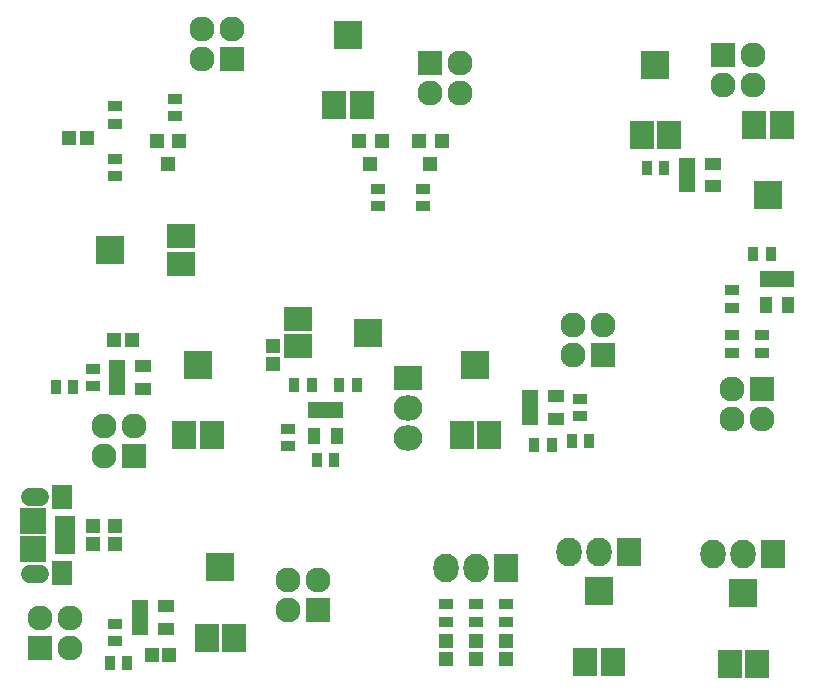
<source format=gbr>
G04 #@! TF.FileFunction,Soldermask,Top*
%FSLAX46Y46*%
G04 Gerber Fmt 4.6, Leading zero omitted, Abs format (unit mm)*
G04 Created by KiCad (PCBNEW 4.0.4-stable) date Saturday, December 10, 2016 'PMt' 12:56:01 PM*
%MOMM*%
%LPD*%
G01*
G04 APERTURE LIST*
%ADD10C,0.100000*%
%ADD11R,1.300000X0.900000*%
%ADD12R,2.400000X2.400000*%
%ADD13R,2.000000X2.400000*%
%ADD14R,2.400000X2.000000*%
%ADD15R,1.460000X1.050000*%
%ADD16R,1.050000X1.460000*%
%ADD17R,0.900000X1.300000*%
%ADD18R,1.200100X1.200100*%
%ADD19R,2.127200X2.432000*%
%ADD20O,2.127200X2.432000*%
%ADD21R,2.432000X2.127200*%
%ADD22O,2.432000X2.127200*%
%ADD23R,1.750000X0.800000*%
%ADD24R,1.800000X2.000000*%
%ADD25R,2.300000X2.300000*%
%ADD26O,2.400000X1.520000*%
%ADD27R,1.197560X1.197560*%
%ADD28R,1.200000X1.150000*%
%ADD29R,1.150000X1.200000*%
%ADD30R,2.127200X2.127200*%
%ADD31O,2.127200X2.127200*%
G04 APERTURE END LIST*
D10*
D11*
X88265000Y-116090000D03*
X88265000Y-117590000D03*
D12*
X131134663Y-134940455D03*
D13*
X129959663Y-140940455D03*
X132309663Y-140940455D03*
D12*
X143334279Y-135114207D03*
D13*
X142159279Y-141114207D03*
X144509279Y-141114207D03*
D12*
X120650000Y-115745000D03*
D13*
X119475000Y-121745000D03*
X121825000Y-121745000D03*
D12*
X99060000Y-132890000D03*
D13*
X97885000Y-138890000D03*
X100235000Y-138890000D03*
D12*
X97155000Y-115745000D03*
D13*
X95980000Y-121745000D03*
X98330000Y-121745000D03*
D12*
X109855000Y-87805000D03*
D13*
X108680000Y-93805000D03*
X111030000Y-93805000D03*
D12*
X111585000Y-113030000D03*
D14*
X105585000Y-111855000D03*
X105585000Y-114205000D03*
D12*
X89710000Y-106045000D03*
D14*
X95710000Y-107220000D03*
X95710000Y-104870000D03*
D12*
X135890000Y-90345000D03*
D13*
X134715000Y-96345000D03*
X137065000Y-96345000D03*
D12*
X145415000Y-101425000D03*
D13*
X146590000Y-95425000D03*
X144240000Y-95425000D03*
D15*
X125265000Y-118430000D03*
X125265000Y-119380000D03*
X125265000Y-120330000D03*
X127465000Y-120330000D03*
X127465000Y-118430000D03*
X92245000Y-136210000D03*
X92245000Y-137160000D03*
X92245000Y-138110000D03*
X94445000Y-138110000D03*
X94445000Y-136210000D03*
X90340000Y-115890000D03*
X90340000Y-116840000D03*
X90340000Y-117790000D03*
X92540000Y-117790000D03*
X92540000Y-115890000D03*
D16*
X108900000Y-119550000D03*
X107950000Y-119550000D03*
X107000000Y-119550000D03*
X107000000Y-121750000D03*
X108900000Y-121750000D03*
X147141541Y-108454361D03*
X146191541Y-108454361D03*
X145241541Y-108454361D03*
X145241541Y-110654361D03*
X147141541Y-110654361D03*
D15*
X138600000Y-98745000D03*
X138600000Y-99695000D03*
X138600000Y-100645000D03*
X140800000Y-100645000D03*
X140800000Y-98745000D03*
D11*
X118172231Y-137495265D03*
X118172231Y-135995265D03*
X129540000Y-118630000D03*
X129540000Y-120130000D03*
X120712231Y-137495265D03*
X120712231Y-135995265D03*
D17*
X125615000Y-122555000D03*
X127115000Y-122555000D03*
D11*
X123252231Y-137495265D03*
X123252231Y-135995265D03*
X90170000Y-137680000D03*
X90170000Y-139180000D03*
X116205000Y-102350000D03*
X116205000Y-100850000D03*
X112395000Y-102350000D03*
X112395000Y-100850000D03*
D17*
X110605000Y-117475000D03*
X109105000Y-117475000D03*
D11*
X95250000Y-93230000D03*
X95250000Y-94730000D03*
D17*
X108700000Y-123825000D03*
X107200000Y-123825000D03*
X106795000Y-117475000D03*
X105295000Y-117475000D03*
D11*
X90170000Y-98310000D03*
X90170000Y-99810000D03*
X90170000Y-93865000D03*
X90170000Y-95365000D03*
X104775000Y-121170000D03*
X104775000Y-122670000D03*
D17*
X136640000Y-99060000D03*
X135140000Y-99060000D03*
D11*
X142381541Y-109439361D03*
X142381541Y-110939361D03*
X144921541Y-113249361D03*
X144921541Y-114749361D03*
X142381541Y-113249361D03*
X142381541Y-114749361D03*
D17*
X144171541Y-106379361D03*
X145671541Y-106379361D03*
D18*
X117790000Y-96789240D03*
X115890000Y-96789240D03*
X116840000Y-98788220D03*
X112710000Y-96789240D03*
X110810000Y-96789240D03*
X111760000Y-98788220D03*
X95565000Y-96789240D03*
X93665000Y-96789240D03*
X94615000Y-98788220D03*
D19*
X133674663Y-131590455D03*
D20*
X131134663Y-131590455D03*
X128594663Y-131590455D03*
D19*
X145874279Y-131764207D03*
D20*
X143334279Y-131764207D03*
X140794279Y-131764207D03*
D19*
X123252231Y-132935265D03*
D20*
X120712231Y-132935265D03*
X118172231Y-132935265D03*
D21*
X114935000Y-116840000D03*
D22*
X114935000Y-119380000D03*
X114935000Y-121920000D03*
D23*
X85860000Y-131475000D03*
X85860000Y-130825000D03*
X85860000Y-128875000D03*
X85860000Y-129525000D03*
D24*
X85635000Y-126975000D03*
D25*
X83185000Y-128975000D03*
D26*
X83385000Y-126920000D03*
X83385000Y-133430000D03*
D25*
X83185000Y-131375000D03*
D24*
X85635000Y-133375000D03*
D23*
X85860000Y-130175000D03*
D27*
X118172231Y-139170965D03*
X118172231Y-140669565D03*
X120712231Y-139170965D03*
X120712231Y-140669565D03*
X123252231Y-139170965D03*
X123252231Y-140669565D03*
D28*
X93230000Y-140335000D03*
X94730000Y-140335000D03*
X91555000Y-113665000D03*
X90055000Y-113665000D03*
D29*
X103505000Y-115685000D03*
X103505000Y-114185000D03*
D28*
X87745000Y-96520000D03*
X86245000Y-96520000D03*
D29*
X90170000Y-130925000D03*
X90170000Y-129425000D03*
X88265000Y-130925000D03*
X88265000Y-129425000D03*
D30*
X141605000Y-89535000D03*
D31*
X144145000Y-89535000D03*
X141605000Y-92075000D03*
X144145000Y-92075000D03*
D30*
X144921541Y-117809361D03*
D31*
X144921541Y-120349361D03*
X142381541Y-117809361D03*
X142381541Y-120349361D03*
D30*
X116840000Y-90170000D03*
D31*
X119380000Y-90170000D03*
X116840000Y-92710000D03*
X119380000Y-92710000D03*
D30*
X91757500Y-123507500D03*
D31*
X89217500Y-123507500D03*
X91757500Y-120967500D03*
X89217500Y-120967500D03*
D30*
X107315000Y-136525000D03*
D31*
X104775000Y-136525000D03*
X107315000Y-133985000D03*
X104775000Y-133985000D03*
D30*
X131445000Y-114935000D03*
D31*
X128905000Y-114935000D03*
X131445000Y-112395000D03*
X128905000Y-112395000D03*
D30*
X100012500Y-89852500D03*
D31*
X97472500Y-89852500D03*
X100012500Y-87312500D03*
X97472500Y-87312500D03*
D17*
X128790000Y-122174000D03*
X130290000Y-122174000D03*
X85102000Y-117602000D03*
X86602000Y-117602000D03*
X89674000Y-140970000D03*
X91174000Y-140970000D03*
D30*
X83820000Y-139700000D03*
D31*
X83820000Y-137160000D03*
X86360000Y-139700000D03*
X86360000Y-137160000D03*
M02*

</source>
